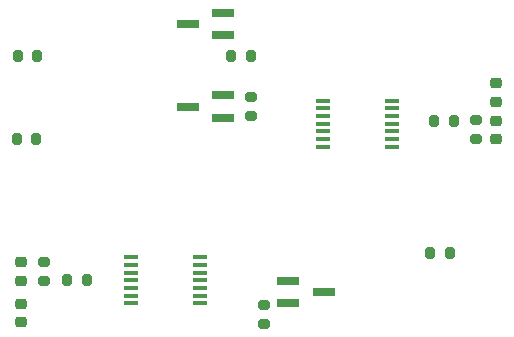
<source format=gbr>
%TF.GenerationSoftware,KiCad,Pcbnew,(6.0.8)*%
%TF.CreationDate,2023-04-06T01:33:44-05:00*%
%TF.ProjectId,ArmPCB_fixed_mosfet_pins,41726d50-4342-45f6-9669-7865645f6d6f,rev?*%
%TF.SameCoordinates,Original*%
%TF.FileFunction,Paste,Top*%
%TF.FilePolarity,Positive*%
%FSLAX46Y46*%
G04 Gerber Fmt 4.6, Leading zero omitted, Abs format (unit mm)*
G04 Created by KiCad (PCBNEW (6.0.8)) date 2023-04-06 01:33:44*
%MOMM*%
%LPD*%
G01*
G04 APERTURE LIST*
G04 Aperture macros list*
%AMRoundRect*
0 Rectangle with rounded corners*
0 $1 Rounding radius*
0 $2 $3 $4 $5 $6 $7 $8 $9 X,Y pos of 4 corners*
0 Add a 4 corners polygon primitive as box body*
4,1,4,$2,$3,$4,$5,$6,$7,$8,$9,$2,$3,0*
0 Add four circle primitives for the rounded corners*
1,1,$1+$1,$2,$3*
1,1,$1+$1,$4,$5*
1,1,$1+$1,$6,$7*
1,1,$1+$1,$8,$9*
0 Add four rect primitives between the rounded corners*
20,1,$1+$1,$2,$3,$4,$5,0*
20,1,$1+$1,$4,$5,$6,$7,0*
20,1,$1+$1,$6,$7,$8,$9,0*
20,1,$1+$1,$8,$9,$2,$3,0*%
G04 Aperture macros list end*
%ADD10RoundRect,0.200000X-0.200000X-0.275000X0.200000X-0.275000X0.200000X0.275000X-0.200000X0.275000X0*%
%ADD11RoundRect,0.225000X-0.250000X0.225000X-0.250000X-0.225000X0.250000X-0.225000X0.250000X0.225000X0*%
%ADD12RoundRect,0.200000X0.200000X0.275000X-0.200000X0.275000X-0.200000X-0.275000X0.200000X-0.275000X0*%
%ADD13R,1.308100X0.355600*%
%ADD14RoundRect,0.200000X-0.275000X0.200000X-0.275000X-0.200000X0.275000X-0.200000X0.275000X0.200000X0*%
%ADD15RoundRect,0.225000X0.250000X-0.225000X0.250000X0.225000X-0.250000X0.225000X-0.250000X-0.225000X0*%
%ADD16RoundRect,0.200000X0.275000X-0.200000X0.275000X0.200000X-0.275000X0.200000X-0.275000X-0.200000X0*%
%ADD17R,1.900000X0.800000*%
G04 APERTURE END LIST*
D10*
%TO.C,R7*%
X100075000Y-73000000D03*
X101725000Y-73000000D03*
%TD*%
D11*
%TO.C,C4*%
X82250000Y-90475000D03*
X82250000Y-92025000D03*
%TD*%
D12*
%TO.C,R4*%
X118575000Y-89712500D03*
X116925000Y-89712500D03*
%TD*%
D13*
%TO.C,IC2*%
X91598050Y-90049999D03*
X91598050Y-90700000D03*
X91598050Y-91350001D03*
X91598050Y-92000000D03*
X91598050Y-92649999D03*
X91598050Y-93300000D03*
X91598050Y-93949999D03*
X97401950Y-93950001D03*
X97401950Y-93300000D03*
X97401950Y-92650001D03*
X97401950Y-92000000D03*
X97401950Y-91350001D03*
X97401950Y-90700000D03*
X97401950Y-90050001D03*
%TD*%
D10*
%TO.C,R6*%
X81925000Y-80000000D03*
X83575000Y-80000000D03*
%TD*%
D13*
%TO.C,IC1*%
X113651950Y-80700001D03*
X113651950Y-80050000D03*
X113651950Y-79399999D03*
X113651950Y-78750000D03*
X113651950Y-78100001D03*
X113651950Y-77450000D03*
X113651950Y-76800001D03*
X107848050Y-76799999D03*
X107848050Y-77450000D03*
X107848050Y-78099999D03*
X107848050Y-78750000D03*
X107848050Y-79399999D03*
X107848050Y-80050000D03*
X107848050Y-80699999D03*
%TD*%
D12*
%TO.C,R10*%
X87825000Y-92000000D03*
X86175000Y-92000000D03*
%TD*%
D14*
%TO.C,R1*%
X120750000Y-78425000D03*
X120750000Y-80075000D03*
%TD*%
D10*
%TO.C,R2*%
X117250000Y-78500000D03*
X118900000Y-78500000D03*
%TD*%
D11*
%TO.C,C2*%
X122500000Y-75325000D03*
X122500000Y-76875000D03*
%TD*%
D15*
%TO.C,C3*%
X82250000Y-95525000D03*
X82250000Y-93975000D03*
%TD*%
D16*
%TO.C,R5*%
X101700000Y-78125000D03*
X101700000Y-76475000D03*
%TD*%
D15*
%TO.C,C1*%
X122500000Y-80025000D03*
X122500000Y-78475000D03*
%TD*%
D17*
%TO.C,NM1*%
X107900000Y-93000000D03*
X104900000Y-92050000D03*
X104900000Y-93950000D03*
%TD*%
D16*
%TO.C,R9*%
X84250000Y-92075000D03*
X84250000Y-90425000D03*
%TD*%
D10*
%TO.C,R8*%
X82005000Y-73000000D03*
X83655000Y-73000000D03*
%TD*%
D16*
%TO.C,R3*%
X102800000Y-95725000D03*
X102800000Y-94075000D03*
%TD*%
D17*
%TO.C,NM3*%
X96400000Y-70300000D03*
X99400000Y-71250000D03*
X99400000Y-69350000D03*
%TD*%
%TO.C,NM2*%
X96400000Y-77300000D03*
X99400000Y-78250000D03*
X99400000Y-76350000D03*
%TD*%
M02*

</source>
